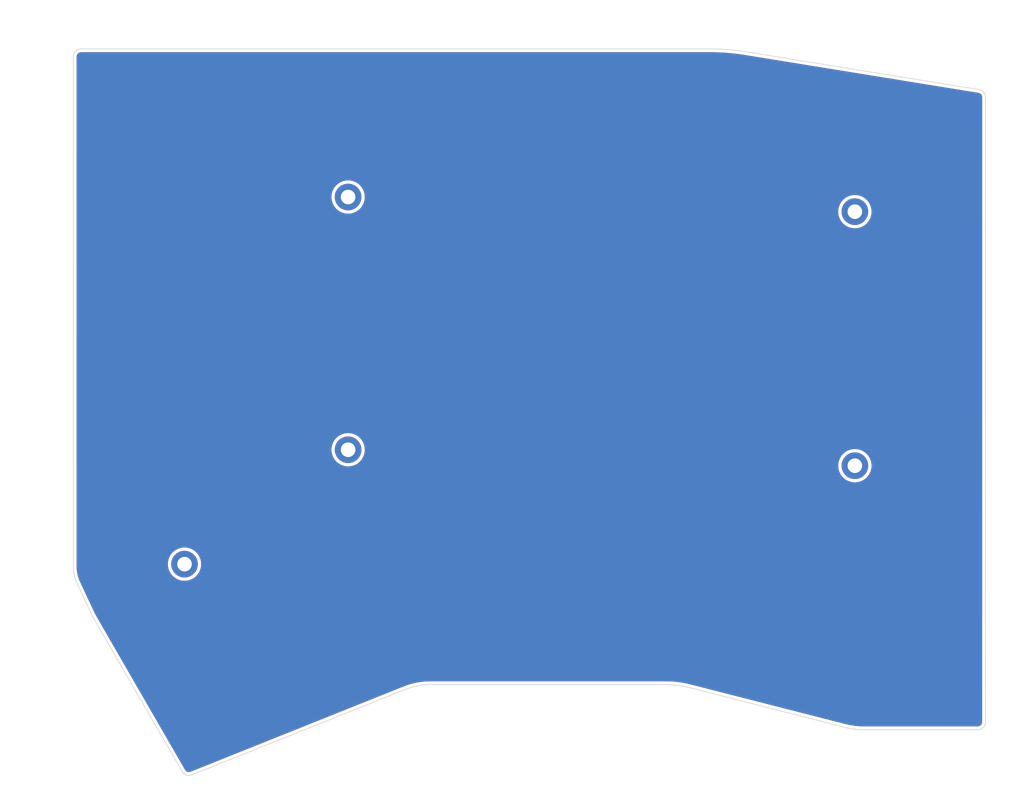
<source format=kicad_pcb>
(kicad_pcb (version 20211014) (generator pcbnew)
  (layers (0 "F.Cu" signal) (31 "B.Cu" signal) (34 "B.Paste" user) (35 "F.Paste" user) (36 "B.SilkS" user "B.Silkscreen") (37 "F.SilkS" user "F.Silkscreen") (38 "B.Mask" user) (39 "F.Mask" user) (44 "Edge.Cuts" user))
  (net 0 "")
  (footprint "" (layer "F.Cu") (at 204.962789 64.358106)
    (fp_text reference "" (at 0 0) (layer "F.SilkS") (effects (font (size 1.27 1.27))))
    (fp_text value "" (at 0 0) (layer "F.SilkS") (effects (font (size 1.27 1.27))))
    (pad "" thru_hole circle locked (at 0 0) (size 4 4) (drill 2.2) (layers *.Cu *.Mask "Dwgs.User"))
  )
  (footprint "" (layer "F.Cu") (at 104.162789 117.358106)
    (fp_text reference "" (at 0 0) (layer "F.SilkS") (effects (font (size 1.27 1.27))))
    (fp_text value "" (at 0 0) (layer "F.SilkS") (effects (font (size 1.27 1.27))))
    (pad "" thru_hole circle locked (at 0 0) (size 4 4) (drill 2.2) (layers *.Cu *.Mask "Dwgs.User"))
  )
  (footprint "" (layer "F.Cu") (at 128.762789 62.158106)
    (fp_text reference "" (at 0 0) (layer "F.SilkS") (effects (font (size 1.27 1.27))))
    (fp_text value "" (at 0 0) (layer "F.SilkS") (effects (font (size 1.27 1.27))))
    (pad "" thru_hole circle locked (at 0 0) (size 4 4) (drill 2.2) (layers *.Cu *.Mask "Dwgs.User"))
  )
  (footprint "" (layer "F.Cu") (at 204.962789 102.558106)
    (fp_text reference "" (at 0 0) (layer "F.SilkS") (effects (font (size 1.27 1.27))))
    (fp_text value "" (at 0 0) (layer "F.SilkS") (effects (font (size 1.27 1.27))))
    (pad "" thru_hole circle locked (at 0 0) (size 4 4) (drill 2.2) (layers *.Cu *.Mask "Dwgs.User"))
  )
  (footprint "" (layer "F.Cu") (at 128.762789 100.158106)
    (fp_text reference "" (at 0 0) (layer "F.SilkS") (effects (font (size 1.27 1.27))))
    (fp_text value "" (at 0 0) (layer "F.SilkS") (effects (font (size 1.27 1.27))))
    (pad "" thru_hole circle locked (at 0 0) (size 4 4) (drill 2.2) (layers *.Cu *.Mask "Dwgs.User"))
  )
  (gr_line (start 224.600489 141.102406) (end 224.58667 141.310672) (layer "Edge.Cuts") (width 0.1))
  (gr_line (start 87.460046 40.803367) (end 87.527166 40.58712) (layer "Edge.Cuts") (width 0.1))
  (gr_line (start 180.327798 135.984586) (end 179.868478 135.865346) (layer "Edge.Cuts") (width 0.1))
  (gr_line (start 224.02466 46.139572) (end 224.18941 46.253706) (layer "Edge.Cuts") (width 0.1))
  (gr_line (start 104.080996 148.870426) (end 103.933859 148.726436) (layer "Edge.Cuts") (width 0.1))
  (gr_line (start 141.118897 135.474018) (end 140.631191 135.485608) (layer "Edge.Cuts") (width 0.1))
  (gr_line (start 87.517006 118.69775) (end 87.473226 118.380864) (layer "Edge.Cuts") (width 0.1))
  (gr_line (start 87.633379 40.391433) (end 87.774048 40.220937) (layer "Edge.Cuts") (width 0.1))
  (gr_line (start 103.812175 148.554036) (end 90.337724 125.211514) (layer "Edge.Cuts") (width 0.1))
  (gr_line (start 223.54798 142.23961) (end 223.292389 142.258106) (layer "Edge.Cuts") (width 0.1))
  (gr_line (start 178.471867 135.602218) (end 178.001459 135.546218) (layer "Edge.Cuts") (width 0.1))
  (gr_line (start 178.001459 135.546218) (end 177.529292 135.506118) (layer "Edge.Cuts") (width 0.1))
  (gr_line (start 223.8399 46.054882) (end 224.02466 46.139572) (layer "Edge.Cuts") (width 0.1))
  (gr_line (start 224.18941 46.253706) (end 224.33111 46.393688) (layer "Edge.Cuts") (width 0.1))
  (gr_line (start 223.63823 46.003252) (end 223.8399 46.054882) (layer "Edge.Cuts") (width 0.1))
  (gr_line (start 178.940108 135.674118) (end 178.471867 135.602218) (layer "Edge.Cuts") (width 0.1))
  (gr_line (start 224.44667 46.555913) (end 224.53307 46.736778) (layer "Edge.Cuts") (width 0.1))
  (gr_line (start 179.868478 135.865346) (end 179.40578 135.761818) (layer "Edge.Cuts") (width 0.1))
  (gr_line (start 203.17224 141.824506) (end 180.327798 135.984586) (layer "Edge.Cuts") (width 0.1))
  (gr_line (start 185.87932 39.987361) (end 187.04852 40.099976) (layer "Edge.Cuts") (width 0.1))
  (gr_line (start 176.569089 135.474018) (end 141.118897 135.474018) (layer "Edge.Cuts") (width 0.1))
  (gr_line (start 223.063789 142.258106) (end 206.363289 142.258106) (layer "Edge.Cuts") (width 0.1))
  (gr_line (start 87.473226 118.380864) (end 87.446846 118.061578) (layer "Edge.Cuts") (width 0.1))
  (gr_line (start 140.145418 135.520408) (end 139.662395 135.578208) (layer "Edge.Cuts") (width 0.1))
  (gr_line (start 103.933859 148.726436) (end 103.812175 148.554036) (layer "Edge.Cuts") (width 0.1))
  (gr_line (start 205.562909 142.233306) (end 204.7577 142.151206) (layer "Edge.Cuts") (width 0.1))
  (gr_line (start 105.237991 149.047586) (end 105.035765 149.107886) (layer "Edge.Cuts") (width 0.1))
  (gr_line (start 224.60597 47.140008) (end 224.600489 141.102406) (layer "Edge.Cuts") (width 0.1))
  (gr_line (start 224.30236 141.872361) (end 224.14638 142.013291) (layer "Edge.Cuts") (width 0.1))
  (gr_line (start 104.433035 149.066686) (end 104.248938 148.984386) (layer "Edge.Cuts") (width 0.1))
  (gr_line (start 104.248938 148.984386) (end 104.080996 148.870426) (layer "Edge.Cuts") (width 0.1))
  (gr_line (start 188.07321 40.237882) (end 223.63823 46.003252) (layer "Edge.Cuts") (width 0.1))
  (gr_line (start 177.529292 135.506118) (end 177.055767 135.482018) (layer "Edge.Cuts") (width 0.1))
  (gr_line (start 87.991268 120.221536) (end 87.862889 119.927219) (layer "Edge.Cuts") (width 0.1))
  (gr_line (start 104.831097 149.130086) (end 104.628637 149.115786) (layer "Edge.Cuts") (width 0.1))
  (gr_line (start 87.656106 119.321513) (end 87.578016 119.011535) (layer "Edge.Cuts") (width 0.1))
  (gr_line (start 87.438046 117.740601) (end 87.436646 41.035541) (layer "Edge.Cuts") (width 0.1))
  (gr_line (start 206.363289 142.258106) (end 205.562909 142.233306) (layer "Edge.Cuts") (width 0.1))
  (gr_line (start 87.527166 40.58712) (end 87.633379 40.391433) (layer "Edge.Cuts") (width 0.1))
  (gr_line (start 223.96612 142.12421) (end 223.76539 142.20101) (layer "Edge.Cuts") (width 0.1))
  (gr_line (start 87.436646 41.035541) (end 87.460046 40.803367) (layer "Edge.Cuts") (width 0.1))
  (gr_line (start 140.631191 135.485608) (end 140.145418 135.520408) (layer "Edge.Cuts") (width 0.1))
  (gr_line (start 88.588642 39.883511) (end 183.673596 39.883591) (layer "Edge.Cuts") (width 0.1))
  (gr_line (start 224.14638 142.013291) (end 223.96612 142.12421) (layer "Edge.Cuts") (width 0.1))
  (gr_line (start 224.58667 141.310672) (end 224.52627 141.516941) (layer "Edge.Cuts") (width 0.1))
  (gr_line (start 204.7577 142.151206) (end 203.959889 142.014806) (layer "Edge.Cuts") (width 0.1))
  (gr_line (start 87.944541 40.080266) (end 88.140225 39.974051) (layer "Edge.Cuts") (width 0.1))
  (gr_line (start 105.035765 149.107886) (end 104.831097 149.130086) (layer "Edge.Cuts") (width 0.1))
  (gr_line (start 87.578016 119.011535) (end 87.517006 118.69775) (layer "Edge.Cuts") (width 0.1))
  (gr_line (start 187.04852 40.099976) (end 188.07321 40.237882) (layer "Edge.Cuts") (width 0.1))
  (gr_line (start 137.316917 136.206657) (end 105.237991 149.047586) (layer "Edge.Cuts") (width 0.1))
  (gr_line (start 104.628637 149.115786) (end 104.433035 149.066686) (layer "Edge.Cuts") (width 0.1))
  (gr_line (start 184.70717 39.911431) (end 185.87932 39.987361) (layer "Edge.Cuts") (width 0.1))
  (gr_line (start 183.673596 39.883591) (end 184.70717 39.911431) (layer "Edge.Cuts") (width 0.1))
  (gr_line (start 139.18293 135.658808) (end 138.707837 135.762127) (layer "Edge.Cuts") (width 0.1))
  (gr_line (start 88.356469 39.906921) (end 88.588642 39.883511) (layer "Edge.Cuts") (width 0.1))
  (gr_line (start 88.140225 39.974051) (end 88.356469 39.906921) (layer "Edge.Cuts") (width 0.1))
  (gr_line (start 223.292389 142.258106) (end 223.063789 142.258106) (layer "Edge.Cuts") (width 0.1))
  (gr_line (start 87.774048 40.220937) (end 87.944541 40.080266) (layer "Edge.Cuts") (width 0.1))
  (gr_line (start 177.055767 135.482018) (end 176.569089 135.474018) (layer "Edge.Cuts") (width 0.1))
  (gr_line (start 224.33111 46.393688) (end 224.44667 46.555913) (layer "Edge.Cuts") (width 0.1))
  (gr_line (start 224.43027 141.705541) (end 224.30236 141.872361) (layer "Edge.Cuts") (width 0.1))
  (gr_line (start 87.862889 119.927219) (end 87.751116 119.626975) (layer "Edge.Cuts") (width 0.1))
  (gr_line (start 87.751116 119.626975) (end 87.656106 119.321513) (layer "Edge.Cuts") (width 0.1))
  (gr_line (start 138.237929 135.887987) (end 137.774019 136.036207) (layer "Edge.Cuts") (width 0.1))
  (gr_line (start 137.774019 136.036207) (end 137.316917 136.206657) (layer "Edge.Cuts") (width 0.1))
  (gr_line (start 90.292574 125.125014) (end 87.991268 120.221536) (layer "Edge.Cuts") (width 0.1))
  (gr_line (start 179.40578 135.761818) (end 178.940108 135.674118) (layer "Edge.Cuts") (width 0.1))
  (gr_line (start 203.959889 142.014806) (end 203.17224 141.824506) (layer "Edge.Cuts") (width 0.1))
  (gr_line (start 224.52627 141.516941) (end 224.43027 141.705541) (layer "Edge.Cuts") (width 0.1))
  (gr_line (start 138.707837 135.762127) (end 138.237929 135.887987) (layer "Edge.Cuts") (width 0.1))
  (gr_line (start 87.446846 118.061578) (end 87.438046 117.740601) (layer "Edge.Cuts") (width 0.1))
  (gr_line (start 224.53307 46.736778) (end 224.58717 46.932677) (layer "Edge.Cuts") (width 0.1))
  (gr_line (start 139.662395 135.578208) (end 139.18293 135.658808) (layer "Edge.Cuts") (width 0.1))
  (gr_line (start 224.58717 46.932677) (end 224.60597 47.140008) (layer "Edge.Cuts") (width 0.1))
  (gr_line (start 223.76539 142.20101) (end 223.54798 142.23961) (layer "Edge.Cuts") (width 0.1))
  (gr_line (start 90.337724 125.211514) (end 90.292574 125.125014) (layer "Edge.Cuts") (width 0.1))
  (zone (net 0) (net_name "") (layers F&B.Cu) (connect_pads (clearance 0.508)) (min_thickness 0.254) (fill yes (thermal_gap 0.508) (thermal_bridge_width 0.508))
    (polygon (pts (xy 230.40625 152.3875) (xy 76.41875 152.3875) (xy 76.41875 32.53125) (xy 230.40625 32.53125)))
  )
)
</source>
